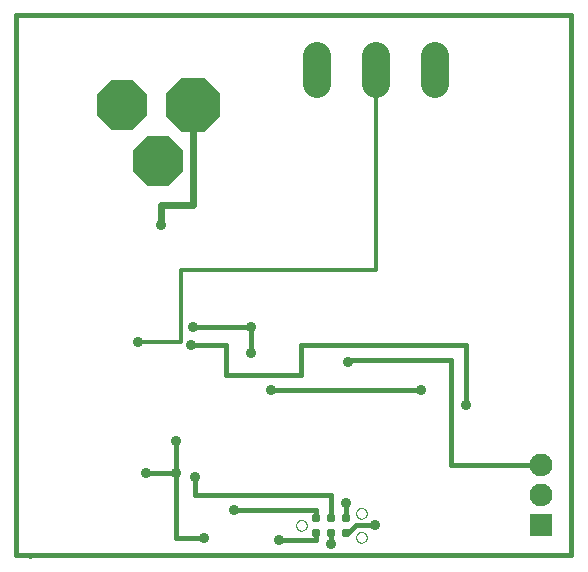
<source format=gbl>
G75*
%MOIN*%
%OFA0B0*%
%FSLAX25Y25*%
%IPPOS*%
%LPD*%
%AMOC8*
5,1,8,0,0,1.08239X$1,22.5*
%
%ADD10C,0.00000*%
%ADD11C,0.01600*%
%ADD12OC8,0.18173*%
%ADD13OC8,0.16598*%
%ADD14R,0.07600X0.07600*%
%ADD15C,0.07600*%
%ADD16C,0.03100*%
%ADD17C,0.09370*%
%ADD18C,0.03562*%
%ADD19C,0.01800*%
%ADD20C,0.01200*%
%ADD21C,0.02400*%
D10*
X0005500Y0003008D02*
X0010500Y0002008D01*
X0098750Y0013008D02*
X0098752Y0013091D01*
X0098758Y0013174D01*
X0098768Y0013257D01*
X0098782Y0013339D01*
X0098799Y0013421D01*
X0098821Y0013501D01*
X0098846Y0013580D01*
X0098875Y0013658D01*
X0098908Y0013735D01*
X0098945Y0013810D01*
X0098984Y0013883D01*
X0099028Y0013954D01*
X0099074Y0014023D01*
X0099124Y0014090D01*
X0099177Y0014154D01*
X0099233Y0014216D01*
X0099292Y0014275D01*
X0099354Y0014331D01*
X0099418Y0014384D01*
X0099485Y0014434D01*
X0099554Y0014480D01*
X0099625Y0014524D01*
X0099698Y0014563D01*
X0099773Y0014600D01*
X0099850Y0014633D01*
X0099928Y0014662D01*
X0100007Y0014687D01*
X0100087Y0014709D01*
X0100169Y0014726D01*
X0100251Y0014740D01*
X0100334Y0014750D01*
X0100417Y0014756D01*
X0100500Y0014758D01*
X0100583Y0014756D01*
X0100666Y0014750D01*
X0100749Y0014740D01*
X0100831Y0014726D01*
X0100913Y0014709D01*
X0100993Y0014687D01*
X0101072Y0014662D01*
X0101150Y0014633D01*
X0101227Y0014600D01*
X0101302Y0014563D01*
X0101375Y0014524D01*
X0101446Y0014480D01*
X0101515Y0014434D01*
X0101582Y0014384D01*
X0101646Y0014331D01*
X0101708Y0014275D01*
X0101767Y0014216D01*
X0101823Y0014154D01*
X0101876Y0014090D01*
X0101926Y0014023D01*
X0101972Y0013954D01*
X0102016Y0013883D01*
X0102055Y0013810D01*
X0102092Y0013735D01*
X0102125Y0013658D01*
X0102154Y0013580D01*
X0102179Y0013501D01*
X0102201Y0013421D01*
X0102218Y0013339D01*
X0102232Y0013257D01*
X0102242Y0013174D01*
X0102248Y0013091D01*
X0102250Y0013008D01*
X0102248Y0012925D01*
X0102242Y0012842D01*
X0102232Y0012759D01*
X0102218Y0012677D01*
X0102201Y0012595D01*
X0102179Y0012515D01*
X0102154Y0012436D01*
X0102125Y0012358D01*
X0102092Y0012281D01*
X0102055Y0012206D01*
X0102016Y0012133D01*
X0101972Y0012062D01*
X0101926Y0011993D01*
X0101876Y0011926D01*
X0101823Y0011862D01*
X0101767Y0011800D01*
X0101708Y0011741D01*
X0101646Y0011685D01*
X0101582Y0011632D01*
X0101515Y0011582D01*
X0101446Y0011536D01*
X0101375Y0011492D01*
X0101302Y0011453D01*
X0101227Y0011416D01*
X0101150Y0011383D01*
X0101072Y0011354D01*
X0100993Y0011329D01*
X0100913Y0011307D01*
X0100831Y0011290D01*
X0100749Y0011276D01*
X0100666Y0011266D01*
X0100583Y0011260D01*
X0100500Y0011258D01*
X0100417Y0011260D01*
X0100334Y0011266D01*
X0100251Y0011276D01*
X0100169Y0011290D01*
X0100087Y0011307D01*
X0100007Y0011329D01*
X0099928Y0011354D01*
X0099850Y0011383D01*
X0099773Y0011416D01*
X0099698Y0011453D01*
X0099625Y0011492D01*
X0099554Y0011536D01*
X0099485Y0011582D01*
X0099418Y0011632D01*
X0099354Y0011685D01*
X0099292Y0011741D01*
X0099233Y0011800D01*
X0099177Y0011862D01*
X0099124Y0011926D01*
X0099074Y0011993D01*
X0099028Y0012062D01*
X0098984Y0012133D01*
X0098945Y0012206D01*
X0098908Y0012281D01*
X0098875Y0012358D01*
X0098846Y0012436D01*
X0098821Y0012515D01*
X0098799Y0012595D01*
X0098782Y0012677D01*
X0098768Y0012759D01*
X0098758Y0012842D01*
X0098752Y0012925D01*
X0098750Y0013008D01*
X0118750Y0009008D02*
X0118752Y0009091D01*
X0118758Y0009174D01*
X0118768Y0009257D01*
X0118782Y0009339D01*
X0118799Y0009421D01*
X0118821Y0009501D01*
X0118846Y0009580D01*
X0118875Y0009658D01*
X0118908Y0009735D01*
X0118945Y0009810D01*
X0118984Y0009883D01*
X0119028Y0009954D01*
X0119074Y0010023D01*
X0119124Y0010090D01*
X0119177Y0010154D01*
X0119233Y0010216D01*
X0119292Y0010275D01*
X0119354Y0010331D01*
X0119418Y0010384D01*
X0119485Y0010434D01*
X0119554Y0010480D01*
X0119625Y0010524D01*
X0119698Y0010563D01*
X0119773Y0010600D01*
X0119850Y0010633D01*
X0119928Y0010662D01*
X0120007Y0010687D01*
X0120087Y0010709D01*
X0120169Y0010726D01*
X0120251Y0010740D01*
X0120334Y0010750D01*
X0120417Y0010756D01*
X0120500Y0010758D01*
X0120583Y0010756D01*
X0120666Y0010750D01*
X0120749Y0010740D01*
X0120831Y0010726D01*
X0120913Y0010709D01*
X0120993Y0010687D01*
X0121072Y0010662D01*
X0121150Y0010633D01*
X0121227Y0010600D01*
X0121302Y0010563D01*
X0121375Y0010524D01*
X0121446Y0010480D01*
X0121515Y0010434D01*
X0121582Y0010384D01*
X0121646Y0010331D01*
X0121708Y0010275D01*
X0121767Y0010216D01*
X0121823Y0010154D01*
X0121876Y0010090D01*
X0121926Y0010023D01*
X0121972Y0009954D01*
X0122016Y0009883D01*
X0122055Y0009810D01*
X0122092Y0009735D01*
X0122125Y0009658D01*
X0122154Y0009580D01*
X0122179Y0009501D01*
X0122201Y0009421D01*
X0122218Y0009339D01*
X0122232Y0009257D01*
X0122242Y0009174D01*
X0122248Y0009091D01*
X0122250Y0009008D01*
X0122248Y0008925D01*
X0122242Y0008842D01*
X0122232Y0008759D01*
X0122218Y0008677D01*
X0122201Y0008595D01*
X0122179Y0008515D01*
X0122154Y0008436D01*
X0122125Y0008358D01*
X0122092Y0008281D01*
X0122055Y0008206D01*
X0122016Y0008133D01*
X0121972Y0008062D01*
X0121926Y0007993D01*
X0121876Y0007926D01*
X0121823Y0007862D01*
X0121767Y0007800D01*
X0121708Y0007741D01*
X0121646Y0007685D01*
X0121582Y0007632D01*
X0121515Y0007582D01*
X0121446Y0007536D01*
X0121375Y0007492D01*
X0121302Y0007453D01*
X0121227Y0007416D01*
X0121150Y0007383D01*
X0121072Y0007354D01*
X0120993Y0007329D01*
X0120913Y0007307D01*
X0120831Y0007290D01*
X0120749Y0007276D01*
X0120666Y0007266D01*
X0120583Y0007260D01*
X0120500Y0007258D01*
X0120417Y0007260D01*
X0120334Y0007266D01*
X0120251Y0007276D01*
X0120169Y0007290D01*
X0120087Y0007307D01*
X0120007Y0007329D01*
X0119928Y0007354D01*
X0119850Y0007383D01*
X0119773Y0007416D01*
X0119698Y0007453D01*
X0119625Y0007492D01*
X0119554Y0007536D01*
X0119485Y0007582D01*
X0119418Y0007632D01*
X0119354Y0007685D01*
X0119292Y0007741D01*
X0119233Y0007800D01*
X0119177Y0007862D01*
X0119124Y0007926D01*
X0119074Y0007993D01*
X0119028Y0008062D01*
X0118984Y0008133D01*
X0118945Y0008206D01*
X0118908Y0008281D01*
X0118875Y0008358D01*
X0118846Y0008436D01*
X0118821Y0008515D01*
X0118799Y0008595D01*
X0118782Y0008677D01*
X0118768Y0008759D01*
X0118758Y0008842D01*
X0118752Y0008925D01*
X0118750Y0009008D01*
X0118750Y0017008D02*
X0118752Y0017091D01*
X0118758Y0017174D01*
X0118768Y0017257D01*
X0118782Y0017339D01*
X0118799Y0017421D01*
X0118821Y0017501D01*
X0118846Y0017580D01*
X0118875Y0017658D01*
X0118908Y0017735D01*
X0118945Y0017810D01*
X0118984Y0017883D01*
X0119028Y0017954D01*
X0119074Y0018023D01*
X0119124Y0018090D01*
X0119177Y0018154D01*
X0119233Y0018216D01*
X0119292Y0018275D01*
X0119354Y0018331D01*
X0119418Y0018384D01*
X0119485Y0018434D01*
X0119554Y0018480D01*
X0119625Y0018524D01*
X0119698Y0018563D01*
X0119773Y0018600D01*
X0119850Y0018633D01*
X0119928Y0018662D01*
X0120007Y0018687D01*
X0120087Y0018709D01*
X0120169Y0018726D01*
X0120251Y0018740D01*
X0120334Y0018750D01*
X0120417Y0018756D01*
X0120500Y0018758D01*
X0120583Y0018756D01*
X0120666Y0018750D01*
X0120749Y0018740D01*
X0120831Y0018726D01*
X0120913Y0018709D01*
X0120993Y0018687D01*
X0121072Y0018662D01*
X0121150Y0018633D01*
X0121227Y0018600D01*
X0121302Y0018563D01*
X0121375Y0018524D01*
X0121446Y0018480D01*
X0121515Y0018434D01*
X0121582Y0018384D01*
X0121646Y0018331D01*
X0121708Y0018275D01*
X0121767Y0018216D01*
X0121823Y0018154D01*
X0121876Y0018090D01*
X0121926Y0018023D01*
X0121972Y0017954D01*
X0122016Y0017883D01*
X0122055Y0017810D01*
X0122092Y0017735D01*
X0122125Y0017658D01*
X0122154Y0017580D01*
X0122179Y0017501D01*
X0122201Y0017421D01*
X0122218Y0017339D01*
X0122232Y0017257D01*
X0122242Y0017174D01*
X0122248Y0017091D01*
X0122250Y0017008D01*
X0122248Y0016925D01*
X0122242Y0016842D01*
X0122232Y0016759D01*
X0122218Y0016677D01*
X0122201Y0016595D01*
X0122179Y0016515D01*
X0122154Y0016436D01*
X0122125Y0016358D01*
X0122092Y0016281D01*
X0122055Y0016206D01*
X0122016Y0016133D01*
X0121972Y0016062D01*
X0121926Y0015993D01*
X0121876Y0015926D01*
X0121823Y0015862D01*
X0121767Y0015800D01*
X0121708Y0015741D01*
X0121646Y0015685D01*
X0121582Y0015632D01*
X0121515Y0015582D01*
X0121446Y0015536D01*
X0121375Y0015492D01*
X0121302Y0015453D01*
X0121227Y0015416D01*
X0121150Y0015383D01*
X0121072Y0015354D01*
X0120993Y0015329D01*
X0120913Y0015307D01*
X0120831Y0015290D01*
X0120749Y0015276D01*
X0120666Y0015266D01*
X0120583Y0015260D01*
X0120500Y0015258D01*
X0120417Y0015260D01*
X0120334Y0015266D01*
X0120251Y0015276D01*
X0120169Y0015290D01*
X0120087Y0015307D01*
X0120007Y0015329D01*
X0119928Y0015354D01*
X0119850Y0015383D01*
X0119773Y0015416D01*
X0119698Y0015453D01*
X0119625Y0015492D01*
X0119554Y0015536D01*
X0119485Y0015582D01*
X0119418Y0015632D01*
X0119354Y0015685D01*
X0119292Y0015741D01*
X0119233Y0015800D01*
X0119177Y0015862D01*
X0119124Y0015926D01*
X0119074Y0015993D01*
X0119028Y0016062D01*
X0118984Y0016133D01*
X0118945Y0016206D01*
X0118908Y0016281D01*
X0118875Y0016358D01*
X0118846Y0016436D01*
X0118821Y0016515D01*
X0118799Y0016595D01*
X0118782Y0016677D01*
X0118768Y0016759D01*
X0118758Y0016842D01*
X0118752Y0016925D01*
X0118750Y0017008D01*
D11*
X0005500Y0003008D02*
X0005500Y0183008D01*
X0190500Y0183008D01*
X0190500Y0003008D01*
X0005500Y0003008D01*
X0048625Y0030508D02*
X0058625Y0030508D01*
X0058625Y0008633D01*
X0068000Y0008633D01*
X0078000Y0018008D02*
X0105500Y0018008D01*
X0105500Y0015508D01*
X0110500Y0015508D02*
X0110500Y0023008D01*
X0064875Y0023008D01*
X0064875Y0029258D01*
X0058625Y0030508D02*
X0058625Y0041133D01*
X0105500Y0010508D02*
X0105500Y0008008D01*
X0093000Y0008008D01*
X0110500Y0006758D02*
X0110500Y0010508D01*
X0115500Y0010508D02*
X0116125Y0010508D01*
X0118625Y0013008D01*
X0124875Y0013008D01*
X0115500Y0015508D02*
X0115500Y0020508D01*
X0083625Y0079258D02*
X0064250Y0079258D01*
D12*
X0064437Y0153008D03*
D13*
X0040815Y0153008D03*
X0052626Y0134504D03*
D14*
X0180500Y0013008D03*
D15*
X0180500Y0023008D03*
X0180500Y0033008D03*
D16*
X0115500Y0015508D03*
X0110500Y0015508D03*
X0105500Y0015508D03*
X0105500Y0010508D03*
X0110500Y0010508D03*
X0115500Y0010508D03*
D17*
X0105815Y0160095D02*
X0105815Y0169465D01*
X0125500Y0169465D02*
X0125500Y0160095D01*
X0145185Y0160095D02*
X0145185Y0169465D01*
D18*
X0053625Y0113008D03*
X0064250Y0079258D03*
X0063625Y0073008D03*
X0046125Y0074258D03*
X0083625Y0070508D03*
X0083625Y0079258D03*
X0090500Y0058008D03*
X0116125Y0067383D03*
X0140500Y0058008D03*
X0155500Y0053008D03*
X0115500Y0020508D03*
X0124875Y0013008D03*
X0110500Y0006758D03*
X0093000Y0008008D03*
X0078000Y0018008D03*
X0068000Y0008633D03*
X0064875Y0029258D03*
X0058625Y0030508D03*
X0048625Y0030508D03*
X0058625Y0041133D03*
D19*
X0075500Y0063008D02*
X0075500Y0073008D01*
X0063625Y0073008D01*
X0075500Y0063008D02*
X0100500Y0063008D01*
X0100500Y0073008D01*
X0155500Y0073008D01*
X0155500Y0053008D01*
X0140500Y0058008D02*
X0090500Y0058008D01*
X0083625Y0070508D02*
X0083625Y0079258D01*
X0115500Y0068008D02*
X0150500Y0068008D01*
X0150500Y0033008D01*
X0180500Y0033008D01*
X0116125Y0067383D02*
X0115500Y0067383D01*
X0115500Y0068008D01*
D20*
X0125500Y0098008D02*
X0125500Y0163008D01*
X0125500Y0098008D02*
X0060500Y0098008D01*
X0060500Y0074258D01*
X0046125Y0074258D01*
D21*
X0053625Y0113008D02*
X0053625Y0119883D01*
X0064250Y0119883D01*
X0064250Y0153008D01*
X0064437Y0153008D01*
M02*

</source>
